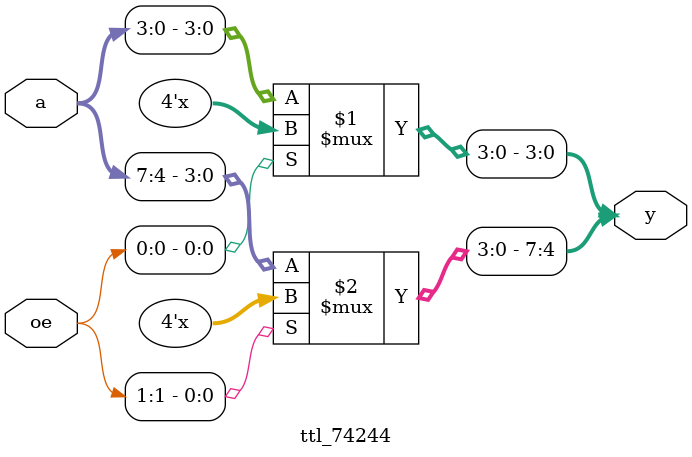
<source format=v>
module ttl_74244(
    input  [1:0] oe,
    input  [7:0] a,
    output [7:0] y
);
    assign y[3:0] = oe[0] ? 4'bz : a[3:0];
    assign y[7:4] = oe[1] ? 4'bz : a[7:4];
endmodule

</source>
